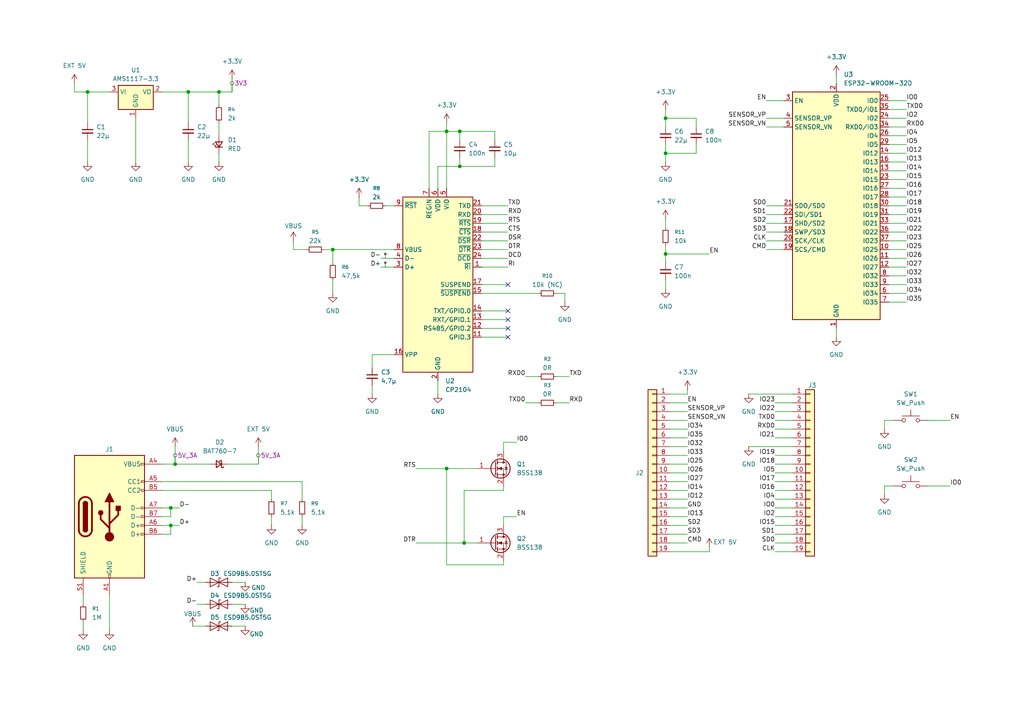
<source format=kicad_sch>
(kicad_sch (version 20250114) (generator "eeschema") (generator_version "9.0")
  (paper "A4")
  (title_block (title "ESP32_Homemade_Board") (date "2026-01-21") (rev "V1") (comment 1 "Designer: AGEA Leo"))
  (lib_symbols
    (symbol "Connector:USB_C_Receptacle_USB2.0_14P" (pin_names (offset 1.016))
      (property "Reference" "J" (at 0 22.225 0))
      (property "Value" "USB_C_Receptacle_USB2.0_14P" (at 0 19.685 0))
      (symbol "USB_C_Receptacle_USB2.0_14P_1_1"
        (pin passive line (at -7.62 -22.86 90) (length 5.08) (name "SHIELD") (number "S1"))
        (pin passive line (at 0 -22.86 90) (length 5.08) (name "GND") (number "A1"))
        (pin passive line (at 0 -22.86 90) (length 5.08) (hide yes) (name "GND") (number "A12"))
        (pin passive line (at 0 -22.86 90) (length 5.08) (hide yes) (name "GND") (number "B1"))
        (pin passive line (at 0 -22.86 90) (length 5.08) (hide yes) (name "GND") (number "B12"))
        (pin passive line (at 15.24 15.24 180) (length 5.08) (name "VBUS") (number "A4"))
        (pin passive line (at 15.24 15.24 180) (length 5.08) (hide yes) (name "VBUS") (number "A9"))
        (pin passive line (at 15.24 15.24 180) (length 5.08) (hide yes) (name "VBUS") (number "B4"))
        (pin passive line (at 15.24 15.24 180) (length 5.08) (hide yes) (name "VBUS") (number "B9"))
        (pin bidirectional line (at 15.24 10.16 180) (length 5.08) (name "CC1") (number "A5"))
        (pin bidirectional line (at 15.24 7.62 180) (length 5.08) (name "CC2") (number "B5"))
        (pin bidirectional line (at 15.24 2.54 180) (length 5.08) (name "D-") (number "A7"))
        (pin bidirectional line (at 15.24 0 180) (length 5.08) (name "D-") (number "B7"))
        (pin bidirectional line (at 15.24 -2.54 180) (length 5.08) (name "D+") (number "A6"))
        (pin bidirectional line (at 15.24 -5.08 180) (length 5.08) (name "D+") (number "B6"))
      )
    )
    (symbol "Connector_Generic:Conn_01x19" (pin_names (offset 1.016) (hide yes))
      (property "Reference" "J" (at 0 25.4 0))
      (property "Value" "Conn_01x19" (at 0 -25.4 0))
      (symbol "Conn_01x19_1_1"
        (pin passive line (at -5.08 22.86 0) (length 3.81) (name "Pin_1") (number "1"))
        (pin passive line (at -5.08 20.32 0) (length 3.81) (name "Pin_2") (number "2"))
        (pin passive line (at -5.08 17.78 0) (length 3.81) (name "Pin_3") (number "3"))
        (pin passive line (at -5.08 15.24 0) (length 3.81) (name "Pin_4") (number "4"))
        (pin passive line (at -5.08 12.7 0) (length 3.81) (name "Pin_5") (number "5"))
        (pin passive line (at -5.08 10.16 0) (length 3.81) (name "Pin_6") (number "6"))
        (pin passive line (at -5.08 7.62 0) (length 3.81) (name "Pin_7") (number "7"))
        (pin passive line (at -5.08 5.08 0) (length 3.81) (name "Pin_8") (number "8"))
        (pin passive line (at -5.08 2.54 0) (length 3.81) (name "Pin_9") (number "9"))
        (pin passive line (at -5.08 0 0) (length 3.81) (name "Pin_10") (number "10"))
        (pin passive line (at -5.08 -2.54 0) (length 3.81) (name "Pin_11") (number "11"))
        (pin passive line (at -5.08 -5.08 0) (length 3.81) (name "Pin_12") (number "12"))
        (pin passive line (at -5.08 -7.62 0) (length 3.81) (name "Pin_13") (number "13"))
        (pin passive line (at -5.08 -10.16 0) (length 3.81) (name "Pin_14") (number "14"))
        (pin passive line (at -5.08 -12.7 0) (length 3.81) (name "Pin_15") (number "15"))
        (pin passive line (at -5.08 -15.24 0) (length 3.81) (name "Pin_16") (number "16"))
        (pin passive line (at -5.08 -17.78 0) (length 3.81) (name "Pin_17") (number "17"))
        (pin passive line (at -5.08 -20.32 0) (length 3.81) (name "Pin_18") (number "18"))
        (pin passive line (at -5.08 -22.86 0) (length 3.81) (name "Pin_19") (number "19"))
      )
    )
    (symbol "Device:C_Small" (pin_numbers (hide yes)) (pin_names (offset 0.254) (hide yes))
      (property "Reference" "C" (at 0.254 1.778 0))
      (property "Value" "C_Small" (at 0.254 -2.032 0))
      (symbol "C_Small_1_1"
        (pin passive line (at 0 2.54 270) (length 2.032) (name "~") (number "1"))
        (pin passive line (at 0 -2.54 90) (length 2.032) (name "~") (number "2"))
      )
    )
    (symbol "Device:D_Schottky_Small" (pin_numbers (hide yes)) (pin_names (offset 0.254) (hide yes))
      (property "Reference" "D" (at -1.27 2.032 0))
      (property "Value" "D_Schottky_Small" (at -7.112 -2.032 0))
      (symbol "D_Schottky_Small_1_1"
        (pin passive line (at -2.54 0 0) (length 1.778) (name "K") (number "1"))
        (pin passive line (at 2.54 0 180) (length 1.778) (name "A") (number "2"))
      )
    )
    (symbol "Device:LED_Small" (pin_numbers (hide yes)) (pin_names (offset 0.254) (hide yes))
      (property "Reference" "D" (at -1.27 3.175 0))
      (property "Value" "LED_Small" (at -4.445 -2.54 0))
      (symbol "LED_Small_1_1"
        (pin passive line (at -2.54 0 0) (length 1.778) (name "K") (number "1"))
        (pin passive line (at 2.54 0 180) (length 1.778) (name "A") (number "2"))
      )
    )
    (symbol "Device:R_Small" (pin_numbers (hide yes)) (pin_names (offset 0.254) (hide yes))
      (property "Reference" "R" (at 0 0 90))
      (property "Value" "R_Small" (at 1.778 0 90))
      (symbol "R_Small_1_1"
        (pin passive line (at 0 2.54 270) (length 0.762) (name "~") (number "1"))
        (pin passive line (at 0 -2.54 90) (length 0.762) (name "~") (number "2"))
      )
    )
    (symbol "Diode:ESD9B5.0ST5G" (pin_numbers (hide yes)) (pin_names (offset 1.016) (hide yes))
      (property "Reference" "D" (at 0 2.54 0))
      (property "Value" "ESD9B5.0ST5G" (at 0 -2.54 0))
      (symbol "ESD9B5.0ST5G_1_1"
        (pin passive line (at -3.81 0 0) (length 2.54) (name "A1") (number "1"))
        (pin passive line (at 3.81 0 180) (length 2.54) (name "A2") (number "2"))
      )
    )
    (symbol "Interface_USB:CP2104"
      (property "Reference" "U" (at -5.08 28.575 0))
      (property "Value" "CP2104" (at -5.08 26.67 0))
      (symbol "CP2104_1_1"
        (pin bidirectional line (at -12.7 22.86 0) (length 2.54) (name "~{RST}") (number "9"))
        (pin input line (at -12.7 10.16 0) (length 2.54) (name "VBUS") (number "8"))
        (pin bidirectional line (at -12.7 7.62 0) (length 2.54) (name "D-") (number "4"))
        (pin bidirectional line (at -12.7 5.08 0) (length 2.54) (name "D+") (number "3"))
        (pin passive line (at -12.7 -20.32 0) (length 2.54) (name "VPP") (number "16"))
        (pin power_in line (at -2.54 27.94 270) (length 2.54) (name "REGIN") (number "7"))
        (pin power_in line (at 0 27.94 270) (length 2.54) (name "VDD") (number "6"))
        (pin power_in line (at 0 -27.94 90) (length 2.54) (name "GND") (number "2"))
        (pin passive line (at 0 -27.94 90) (length 2.54) (hide yes) (name "GND") (number "25"))
        (pin power_in line (at 2.54 27.94 270) (length 2.54) (name "VIO") (number "5"))
        (pin no_connect line (at 10.16 -20.32 180) (length 2.54) (hide yes) (name "NC") (number "10"))
        (pin output line (at 12.7 22.86 180) (length 2.54) (name "TXD") (number "21"))
        (pin input line (at 12.7 20.32 180) (length 2.54) (name "RXD") (number "20"))
        (pin output line (at 12.7 17.78 180) (length 2.54) (name "~{RTS}") (number "19"))
        (pin input line (at 12.7 15.24 180) (length 2.54) (name "~{CTS}") (number "18"))
        (pin input line (at 12.7 12.7 180) (length 2.54) (name "~{DSR}") (number "22"))
        (pin output line (at 12.7 10.16 180) (length 2.54) (name "~{DTR}") (number "23"))
        (pin input line (at 12.7 7.62 180) (length 2.54) (name "~{DCD}") (number "24"))
        (pin input line (at 12.7 5.08 180) (length 2.54) (name "~{RI}") (number "1"))
        (pin output line (at 12.7 0 180) (length 2.54) (name "SUSPEND") (number "17"))
        (pin output line (at 12.7 -2.54 180) (length 2.54) (name "~{SUSPEND}") (number "15"))
        (pin bidirectional line (at 12.7 -7.62 180) (length 2.54) (name "TXT/GPIO.0") (number "14"))
        (pin bidirectional line (at 12.7 -10.16 180) (length 2.54) (name "RXT/GPIO.1") (number "13"))
        (pin bidirectional line (at 12.7 -12.7 180) (length 2.54) (name "RS485/GPIO.2") (number "12"))
        (pin bidirectional line (at 12.7 -15.24 180) (length 2.54) (name "GPIO.3") (number "11"))
      )
    )
    (symbol "RF_Module:ESP32-WROOM-32D"
      (property "Reference" "U" (at -12.7 34.29 0))
      (property "Value" "ESP32-WROOM-32D" (at 1.27 34.29 0))
      (symbol "ESP32-WROOM-32D_1_1"
        (pin input line (at -15.24 30.48 0) (length 2.54) (name "EN") (number "3"))
        (pin input line (at -15.24 25.4 0) (length 2.54) (name "SENSOR_VP") (number "4"))
        (pin input line (at -15.24 22.86 0) (length 2.54) (name "SENSOR_VN") (number "5"))
        (pin bidirectional line (at -15.24 0 0) (length 2.54) (name "SDO/SD0") (number "21"))
        (pin bidirectional line (at -15.24 -2.54 0) (length 2.54) (name "SDI/SD1") (number "22"))
        (pin bidirectional line (at -15.24 -5.08 0) (length 2.54) (name "SHD/SD2") (number "17"))
        (pin bidirectional line (at -15.24 -7.62 0) (length 2.54) (name "SWP/SD3") (number "18"))
        (pin bidirectional line (at -15.24 -10.16 0) (length 2.54) (name "SCK/CLK") (number "20"))
        (pin bidirectional line (at -15.24 -12.7 0) (length 2.54) (name "SCS/CMD") (number "19"))
        (pin no_connect line (at -12.7 -27.94 0) (length 2.54) (hide yes) (name "NC") (number "32"))
        (pin power_in line (at 0 35.56 270) (length 2.54) (name "VDD") (number "2"))
        (pin power_in line (at 0 -35.56 90) (length 2.54) (name "GND") (number "1"))
        (pin passive line (at 0 -35.56 90) (length 2.54) (hide yes) (name "GND") (number "15"))
        (pin passive line (at 0 -35.56 90) (length 2.54) (hide yes) (name "GND") (number "38"))
        (pin passive line (at 0 -35.56 90) (length 2.54) (hide yes) (name "GND") (number "39"))
        (pin bidirectional line (at 15.24 30.48 180) (length 2.54) (name "IO0") (number "25"))
        (pin bidirectional line (at 15.24 27.94 180) (length 2.54) (name "TXD0/IO1") (number "35"))
        (pin bidirectional line (at 15.24 25.4 180) (length 2.54) (name "IO2") (number "24"))
        (pin bidirectional line (at 15.24 22.86 180) (length 2.54) (name "RXD0/IO3") (number "34"))
        (pin bidirectional line (at 15.24 20.32 180) (length 2.54) (name "IO4") (number "26"))
        (pin bidirectional line (at 15.24 17.78 180) (length 2.54) (name "IO5") (number "29"))
        (pin bidirectional line (at 15.24 15.24 180) (length 2.54) (name "IO12") (number "14"))
        (pin bidirectional line (at 15.24 12.7 180) (length 2.54) (name "IO13") (number "16"))
        (pin bidirectional line (at 15.24 10.16 180) (length 2.54) (name "IO14") (number "13"))
        (pin bidirectional line (at 15.24 7.62 180) (length 2.54) (name "IO15") (number "23"))
        (pin bidirectional line (at 15.24 5.08 180) (length 2.54) (name "IO16") (number "27"))
        (pin bidirectional line (at 15.24 2.54 180) (length 2.54) (name "IO17") (number "28"))
        (pin bidirectional line (at 15.24 0 180) (length 2.54) (name "IO18") (number "30"))
        (pin bidirectional line (at 15.24 -2.54 180) (length 2.54) (name "IO19") (number "31"))
        (pin bidirectional line (at 15.24 -5.08 180) (length 2.54) (name "IO21") (number "33"))
        (pin bidirectional line (at 15.24 -7.62 180) (length 2.54) (name "IO22") (number "36"))
        (pin bidirectional line (at 15.24 -10.16 180) (length 2.54) (name "IO23") (number "37"))
        (pin bidirectional line (at 15.24 -12.7 180) (length 2.54) (name "IO25") (number "10"))
        (pin bidirectional line (at 15.24 -15.24 180) (length 2.54) (name "IO26") (number "11"))
        (pin bidirectional line (at 15.24 -17.78 180) (length 2.54) (name "IO27") (number "12"))
        (pin bidirectional line (at 15.24 -20.32 180) (length 2.54) (name "IO32") (number "8"))
        (pin bidirectional line (at 15.24 -22.86 180) (length 2.54) (name "IO33") (number "9"))
        (pin input line (at 15.24 -25.4 180) (length 2.54) (name "IO34") (number "6"))
        (pin input line (at 15.24 -27.94 180) (length 2.54) (name "IO35") (number "7"))
      )
    )
    (symbol "Regulator_Linear:AMS1117-3.3"
      (property "Reference" "U" (at -3.81 3.175 0))
      (property "Value" "AMS1117-3.3" (at 0 3.175 0))
      (symbol "AMS1117-3.3_1_1"
        (pin power_in line (at -7.62 0 0) (length 2.54) (name "VI") (number "3"))
        (pin power_in line (at 0 -7.62 90) (length 2.54) (name "GND") (number "1"))
        (pin power_out line (at 7.62 0 180) (length 2.54) (name "VO") (number "2"))
      )
    )
    (symbol "Switch:SW_Push" (pin_numbers (hide yes)) (pin_names (offset 1.016) (hide yes))
      (property "Reference" "SW" (at 1.27 2.54 0))
      (property "Value" "SW_Push" (at 0 -1.524 0))
      (symbol "SW_Push_0_1"
        (pin passive line (at -5.08 0 0) (length 2.54) (name "1") (number "1"))
        (pin passive line (at 5.08 0 180) (length 2.54) (name "2") (number "2"))
      )
    )
    (symbol "Transistor_FET:BSS138" (pin_names (offset 0) (hide yes))
      (property "Reference" "Q" (at 5.08 1.905 0))
      (property "Value" "BSS138" (at 5.08 0 0))
      (symbol "BSS138_1_1"
        (pin input line (at -5.08 0 0) (length 2.54) (name "G") (number "1"))
        (pin passive line (at 2.54 5.08 270) (length 2.54) (name "D") (number "3"))
        (pin passive line (at 2.54 -5.08 90) (length 2.54) (name "S") (number "2"))
      )
    )
    (symbol "power:+3.3V" (power) (pin_numbers (hide yes)) (pin_names (offset 0) (hide yes))
      (property "Value" "+3.3V" (at 0 3.556 0))
      (symbol "+3.3V_1_1"
        (pin power_in line (at 0 0 90) (length 0) (name "~") (number "1"))
      )
    )
    (symbol "power:GND" (power) (pin_numbers (hide yes)) (pin_names (offset 0) (hide yes))
      (property "Value" "GND" (at 0 -3.81 0))
      (symbol "GND_1_1"
        (pin power_in line (at 0 0 270) (length 0) (name "~") (number "1"))
      )
    )
    (symbol "power:LINE" (power) (pin_numbers (hide yes)) (pin_names (offset 0) (hide yes))
      (property "Value" "LINE" (at 0 3.556 0))
      (symbol "LINE_1_1"
        (pin power_in line (at 0 0 90) (length 0) (name "~") (number "1"))
      )
    )
    (symbol "power:VBUS" (power) (pin_numbers (hide yes)) (pin_names (offset 0) (hide yes))
      (property "Value" "VBUS" (at 0 3.556 0))
      (symbol "VBUS_1_1"
        (pin power_in line (at 0 0 90) (length 0) (name "~") (number "1"))
      )
    )
  )
  (junction (at 25.4 26.67))
  (junction (at 193.04 44.45))
  (junction (at 63.5 26.67))
  (junction (at 193.04 73.66))
  (junction (at 96.52 72.39))
  (junction (at 133.35 38.1))
  (junction (at 129.54 135.89))
  (junction (at 193.04 34.29))
  (junction (at 133.35 48.26))
  (junction (at 49.53 152.4))
  (junction (at 50.8 134.62))
  (junction (at 54.61 26.67))
  (junction (at 129.54 38.1))
  (junction (at 134.62 157.48))
  (junction (at 49.53 147.32))
  (no_connect (at 147.32 90.17))
  (no_connect (at 147.32 82.55))
  (no_connect (at 147.32 92.71))
  (no_connect (at 147.32 95.25))
  (no_connect (at 147.32 97.79))
  (wire (pts (xy 146.05 128.27) (xy 149.86 128.27)))
  (wire (pts (xy 199.39 152.4) (xy 194.31 152.4)))
  (wire (pts (xy 129.54 38.1) (xy 129.54 54.61)))
  (wire (pts (xy 222.25 62.23) (xy 227.33 62.23)))
  (wire (pts (xy 46.99 149.86) (xy 49.53 149.86)))
  (wire (pts (xy 257.81 41.91) (xy 262.89 41.91)))
  (wire (pts (xy 193.04 73.66) (xy 193.04 76.2)))
  (wire (pts (xy 63.5 35.56) (xy 63.5 39.37)))
  (wire (pts (xy 224.79 160.02) (xy 229.87 160.02)))
  (wire (pts (xy 24.13 172.72) (xy 24.13 175.26)))
  (wire (pts (xy 139.7 69.85) (xy 147.32 69.85)))
  (wire (pts (xy 257.81 62.23) (xy 262.89 62.23)))
  (wire (pts (xy 199.39 119.38) (xy 194.31 119.38)))
  (wire (pts (xy 193.04 81.28) (xy 193.04 83.82)))
  (wire (pts (xy 222.25 64.77) (xy 227.33 64.77)))
  (wire (pts (xy 193.04 44.45) (xy 201.93 44.45)))
  (wire (pts (xy 257.81 74.93) (xy 262.89 74.93)))
  (wire (pts (xy 199.39 149.86) (xy 194.31 149.86)))
  (wire (pts (xy 104.14 59.69) (xy 104.14 57.15)))
  (wire (pts (xy 257.81 59.69) (xy 262.89 59.69)))
  (wire (pts (xy 256.54 121.92) (xy 256.54 124.46)))
  (wire (pts (xy 199.39 137.16) (xy 194.31 137.16)))
  (wire (pts (xy 224.79 152.4) (xy 229.87 152.4)))
  (wire (pts (xy 224.79 157.48) (xy 229.87 157.48)))
  (wire (pts (xy 199.39 127) (xy 194.31 127)))
  (wire (pts (xy 133.35 45.72) (xy 133.35 48.26)))
  (wire (pts (xy 257.81 57.15) (xy 262.89 57.15)))
  (wire (pts (xy 139.7 85.09) (xy 156.21 85.09)))
  (wire (pts (xy 143.51 45.72) (xy 143.51 48.26)))
  (wire (pts (xy 161.29 85.09) (xy 163.83 85.09)))
  (wire (pts (xy 57.15 175.26) (xy 59.69 175.26)))
  (wire (pts (xy 257.81 69.85) (xy 262.89 69.85)))
  (wire (pts (xy 46.99 139.7) (xy 87.63 139.7)))
  (wire (pts (xy 139.7 82.55) (xy 147.32 82.55)))
  (wire (pts (xy 224.79 127) (xy 229.87 127)))
  (wire (pts (xy 129.54 38.1) (xy 133.35 38.1)))
  (wire (pts (xy 133.35 38.1) (xy 143.51 38.1)))
  (wire (pts (xy 257.81 80.01) (xy 262.89 80.01)))
  (wire (pts (xy 224.79 121.92) (xy 229.87 121.92)))
  (wire (pts (xy 259.08 140.97) (xy 256.54 140.97)))
  (wire (pts (xy 54.61 46.99) (xy 54.61 40.64)))
  (wire (pts (xy 25.4 35.56) (xy 25.4 26.67)))
  (wire (pts (xy 193.04 73.66) (xy 205.74 73.66)))
  (wire (pts (xy 257.81 46.99) (xy 262.89 46.99)))
  (wire (pts (xy 257.81 52.07) (xy 262.89 52.07)))
  (wire (pts (xy 25.4 26.67) (xy 31.75 26.67)))
  (wire (pts (xy 67.31 181.61) (xy 71.12 181.61)))
  (wire (pts (xy 257.81 29.21) (xy 262.89 29.21)))
  (wire (pts (xy 224.79 142.24) (xy 229.87 142.24)))
  (wire (pts (xy 46.99 142.24) (xy 78.74 142.24)))
  (wire (pts (xy 146.05 152.4) (xy 146.05 149.86)))
  (wire (pts (xy 63.5 26.67) (xy 63.5 30.48)))
  (wire (pts (xy 146.05 163.83) (xy 129.54 163.83)))
  (wire (pts (xy 124.46 38.1) (xy 129.54 38.1)))
  (wire (pts (xy 224.79 139.7) (xy 229.87 139.7)))
  (wire (pts (xy 242.57 21.59) (xy 242.57 24.13)))
  (wire (pts (xy 139.7 92.71) (xy 147.32 92.71)))
  (wire (pts (xy 199.39 134.62) (xy 194.31 134.62)))
  (wire (pts (xy 107.95 102.87) (xy 114.3 102.87)))
  (wire (pts (xy 199.39 154.94) (xy 194.31 154.94)))
  (wire (pts (xy 46.99 154.94) (xy 49.53 154.94)))
  (wire (pts (xy 201.93 34.29) (xy 193.04 34.29)))
  (wire (pts (xy 224.79 154.94) (xy 229.87 154.94)))
  (wire (pts (xy 199.39 129.54) (xy 194.31 129.54)))
  (wire (pts (xy 87.63 149.86) (xy 87.63 152.4)))
  (wire (pts (xy 205.74 160.02) (xy 194.31 160.02)))
  (wire (pts (xy 257.81 72.39) (xy 262.89 72.39)))
  (wire (pts (xy 78.74 142.24) (xy 78.74 144.78)))
  (wire (pts (xy 129.54 135.89) (xy 138.43 135.89)))
  (wire (pts (xy 143.51 48.26) (xy 133.35 48.26)))
  (wire (pts (xy 120.65 135.89) (xy 129.54 135.89)))
  (wire (pts (xy 163.83 85.09) (xy 163.83 87.63)))
  (wire (pts (xy 50.8 129.54) (xy 50.8 134.62)))
  (wire (pts (xy 222.25 59.69) (xy 227.33 59.69)))
  (wire (pts (xy 143.51 40.64) (xy 143.51 38.1)))
  (wire (pts (xy 193.04 41.91) (xy 193.04 44.45)))
  (wire (pts (xy 63.5 44.45) (xy 63.5 46.99)))
  (wire (pts (xy 259.08 121.92) (xy 256.54 121.92)))
  (wire (pts (xy 54.61 26.67) (xy 63.5 26.67)))
  (wire (pts (xy 146.05 142.24) (xy 134.62 142.24)))
  (wire (pts (xy 146.05 149.86) (xy 149.86 149.86)))
  (wire (pts (xy 120.65 157.48) (xy 134.62 157.48)))
  (wire (pts (xy 139.7 59.69) (xy 147.32 59.69)))
  (wire (pts (xy 152.4 109.22) (xy 156.21 109.22)))
  (wire (pts (xy 161.29 109.22) (xy 165.1 109.22)))
  (wire (pts (xy 257.81 87.63) (xy 262.89 87.63)))
  (wire (pts (xy 257.81 49.53) (xy 262.89 49.53)))
  (wire (pts (xy 107.95 106.68) (xy 107.95 102.87)))
  (wire (pts (xy 49.53 154.94) (xy 49.53 152.4)))
  (wire (pts (xy 257.81 77.47) (xy 262.89 77.47)))
  (wire (pts (xy 222.25 67.31) (xy 227.33 67.31)))
  (wire (pts (xy 152.4 116.84) (xy 156.21 116.84)))
  (wire (pts (xy 49.53 152.4) (xy 52.07 152.4)))
  (wire (pts (xy 257.81 67.31) (xy 262.89 67.31)))
  (wire (pts (xy 224.79 147.32) (xy 229.87 147.32)))
  (wire (pts (xy 67.31 175.26) (xy 71.12 175.26)))
  (wire (pts (xy 55.88 181.61) (xy 59.69 181.61)))
  (wire (pts (xy 193.04 34.29) (xy 193.04 36.83)))
  (wire (pts (xy 85.09 72.39) (xy 85.09 69.85)))
  (wire (pts (xy 199.39 132.08) (xy 194.31 132.08)))
  (wire (pts (xy 205.74 160.02) (xy 205.74 158.75)))
  (wire (pts (xy 199.39 139.7) (xy 194.31 139.7)))
  (wire (pts (xy 199.39 157.48) (xy 194.31 157.48)))
  (wire (pts (xy 139.7 77.47) (xy 147.32 77.47)))
  (wire (pts (xy 110.49 74.93) (xy 114.3 74.93)))
  (wire (pts (xy 257.81 44.45) (xy 262.89 44.45)))
  (wire (pts (xy 134.62 157.48) (xy 138.43 157.48)))
  (wire (pts (xy 257.81 36.83) (xy 262.89 36.83)))
  (wire (pts (xy 46.99 147.32) (xy 49.53 147.32)))
  (wire (pts (xy 46.99 134.62) (xy 50.8 134.62)))
  (wire (pts (xy 96.52 72.39) (xy 96.52 76.2)))
  (wire (pts (xy 124.46 54.61) (xy 124.46 38.1)))
  (wire (pts (xy 139.7 64.77) (xy 147.32 64.77)))
  (wire (pts (xy 139.7 90.17) (xy 147.32 90.17)))
  (wire (pts (xy 217.17 114.3) (xy 229.87 114.3)))
  (wire (pts (xy 146.05 130.81) (xy 146.05 128.27)))
  (wire (pts (xy 269.24 140.97) (xy 275.59 140.97)))
  (wire (pts (xy 111.76 59.69) (xy 114.3 59.69)))
  (wire (pts (xy 134.62 142.24) (xy 134.62 157.48)))
  (wire (pts (xy 256.54 140.97) (xy 256.54 143.51)))
  (wire (pts (xy 139.7 97.79) (xy 147.32 97.79)))
  (wire (pts (xy 107.95 111.76) (xy 107.95 114.3)))
  (wire (pts (xy 217.17 129.54) (xy 229.87 129.54)))
  (wire (pts (xy 139.7 67.31) (xy 147.32 67.31)))
  (wire (pts (xy 127 54.61) (xy 127 48.26)))
  (wire (pts (xy 67.31 168.91) (xy 71.12 168.91)))
  (wire (pts (xy 67.31 26.67) (xy 63.5 26.67)))
  (wire (pts (xy 224.79 137.16) (xy 229.87 137.16)))
  (wire (pts (xy 193.04 44.45) (xy 193.04 46.99)))
  (wire (pts (xy 257.81 64.77) (xy 262.89 64.77)))
  (wire (pts (xy 224.79 116.84) (xy 229.87 116.84)))
  (wire (pts (xy 96.52 81.28) (xy 96.52 85.09)))
  (wire (pts (xy 201.93 36.83) (xy 201.93 34.29)))
  (wire (pts (xy 129.54 135.89) (xy 129.54 163.83)))
  (wire (pts (xy 193.04 71.12) (xy 193.04 73.66)))
  (wire (pts (xy 224.79 134.62) (xy 229.87 134.62)))
  (wire (pts (xy 269.24 121.92) (xy 275.59 121.92)))
  (wire (pts (xy 49.53 147.32) (xy 52.07 147.32)))
  (wire (pts (xy 224.79 119.38) (xy 229.87 119.38)))
  (wire (pts (xy 199.39 142.24) (xy 194.31 142.24)))
  (wire (pts (xy 25.4 46.99) (xy 25.4 40.64)))
  (wire (pts (xy 257.81 39.37) (xy 262.89 39.37)))
  (wire (pts (xy 50.8 134.62) (xy 60.96 134.62)))
  (wire (pts (xy 193.04 31.75) (xy 193.04 34.29)))
  (wire (pts (xy 46.99 26.67) (xy 54.61 26.67)))
  (wire (pts (xy 78.74 149.86) (xy 78.74 152.4)))
  (wire (pts (xy 66.04 134.62) (xy 74.93 134.62)))
  (wire (pts (xy 242.57 95.25) (xy 242.57 97.79)))
  (wire (pts (xy 106.68 59.69) (xy 104.14 59.69)))
  (wire (pts (xy 199.39 124.46) (xy 194.31 124.46)))
  (wire (pts (xy 127 110.49) (xy 127 114.3)))
  (wire (pts (xy 49.53 149.86) (xy 49.53 147.32)))
  (wire (pts (xy 222.25 36.83) (xy 227.33 36.83)))
  (wire (pts (xy 199.39 116.84) (xy 194.31 116.84)))
  (wire (pts (xy 127 48.26) (xy 133.35 48.26)))
  (wire (pts (xy 257.81 82.55) (xy 262.89 82.55)))
  (wire (pts (xy 199.39 114.3) (xy 199.39 113.03)))
  (wire (pts (xy 129.54 35.56) (xy 129.54 38.1)))
  (wire (pts (xy 224.79 132.08) (xy 229.87 132.08)))
  (wire (pts (xy 224.79 149.86) (xy 229.87 149.86)))
  (wire (pts (xy 88.9 72.39) (xy 85.09 72.39)))
  (wire (pts (xy 161.29 116.84) (xy 165.1 116.84)))
  (wire (pts (xy 21.59 26.67) (xy 25.4 26.67)))
  (wire (pts (xy 93.98 72.39) (xy 96.52 72.39)))
  (wire (pts (xy 31.75 172.72) (xy 31.75 182.88)))
  (wire (pts (xy 39.37 34.29) (xy 39.37 46.99)))
  (wire (pts (xy 54.61 26.67) (xy 54.61 35.56)))
  (wire (pts (xy 224.79 144.78) (xy 229.87 144.78)))
  (wire (pts (xy 110.49 77.47) (xy 114.3 77.47)))
  (wire (pts (xy 224.79 124.46) (xy 229.87 124.46)))
  (wire (pts (xy 67.31 22.86) (xy 67.31 26.67)))
  (wire (pts (xy 199.39 144.78) (xy 194.31 144.78)))
  (wire (pts (xy 257.81 85.09) (xy 262.89 85.09)))
  (wire (pts (xy 133.35 38.1) (xy 133.35 40.64)))
  (wire (pts (xy 222.25 69.85) (xy 227.33 69.85)))
  (wire (pts (xy 21.59 24.13) (xy 21.59 26.67)))
  (wire (pts (xy 57.15 168.91) (xy 59.69 168.91)))
  (wire (pts (xy 74.93 129.54) (xy 74.93 134.62)))
  (wire (pts (xy 222.25 72.39) (xy 227.33 72.39)))
  (wire (pts (xy 24.13 180.34) (xy 24.13 182.88)))
  (wire (pts (xy 46.99 152.4) (xy 49.53 152.4)))
  (wire (pts (xy 199.39 121.92) (xy 194.31 121.92)))
  (wire (pts (xy 199.39 114.3) (xy 194.31 114.3)))
  (wire (pts (xy 193.04 63.5) (xy 193.04 66.04)))
  (wire (pts (xy 257.81 34.29) (xy 262.89 34.29)))
  (wire (pts (xy 257.81 54.61) (xy 262.89 54.61)))
  (wire (pts (xy 139.7 62.23) (xy 147.32 62.23)))
  (wire (pts (xy 201.93 41.91) (xy 201.93 44.45)))
  (wire (pts (xy 199.39 147.32) (xy 194.31 147.32)))
  (wire (pts (xy 146.05 163.83) (xy 146.05 162.56)))
  (wire (pts (xy 139.7 72.39) (xy 147.32 72.39)))
  (wire (pts (xy 257.81 31.75) (xy 262.89 31.75)))
  (wire (pts (xy 222.25 34.29) (xy 227.33 34.29)))
  (wire (pts (xy 139.7 95.25) (xy 147.32 95.25)))
  (wire (pts (xy 146.05 142.24) (xy 146.05 140.97)))
  (wire (pts (xy 222.25 29.21) (xy 227.33 29.21)))
  (wire (pts (xy 87.63 139.7) (xy 87.63 144.78)))
  (wire (pts (xy 96.52 72.39) (xy 114.3 72.39)))
  (wire (pts (xy 139.7 74.93) (xy 147.32 74.93)))
  (label "IO34" (at 262.89 85.09 0))
  (label "IO35" (at 199.39 127 0))
  (label "IO17" (at 224.79 139.7 180))
  (label "IO13" (at 262.89 46.99 0))
  (label "GND" (at 199.39 147.32 0))
  (label "IO4" (at 224.79 144.78 180))
  (label "D-" (at 110.49 74.93 180))
  (label "IO32" (at 262.89 80.01 0))
  (label "D-" (at 57.15 175.26 180))
  (label "IO15" (at 224.79 152.4 180))
  (label "DCD" (at 147.32 74.93 0))
  (label "DTR" (at 147.32 72.39 0))
  (label "RXD" (at 165.1 116.84 0))
  (label "SD0" (at 222.25 59.69 180))
  (label "IO26" (at 262.89 74.93 0))
  (label "DTR" (at 120.65 157.48 180))
  (label "RXD0" (at 152.4 109.22 180))
  (label "RI" (at 147.32 77.47 0))
  (label "IO0" (at 224.79 147.32 180))
  (label "IO27" (at 262.89 77.47 0))
  (label "IO5" (at 224.79 137.16 180))
  (label "SENSOR_VP" (at 222.25 34.29 180))
  (label "SD1" (at 222.25 62.23 180))
  (label "IO23" (at 224.79 116.84 180))
  (label "RTS" (at 147.32 64.77 0))
  (label "EN" (at 222.25 29.21 180))
  (label "CMD" (at 222.25 72.39 180))
  (label "DSR" (at 147.32 69.85 0))
  (label "IO23" (at 262.89 69.85 0))
  (label "IO14" (at 262.89 49.53 0))
  (label "EN" (at 199.39 116.84 0))
  (label "RXD0" (at 224.79 124.46 180))
  (label "IO4" (at 262.89 39.37 0))
  (label "EN" (at 205.74 73.66 0))
  (label "IO19" (at 224.79 132.08 180))
  (label "RTS" (at 120.65 135.89 180))
  (label "TXD0" (at 224.79 121.92 180))
  (label "IO19" (at 262.89 62.23 0))
  (label "IO18" (at 262.89 59.69 0))
  (label "IO32" (at 199.39 129.54 0))
  (label "IO0" (at 275.59 140.97 0))
  (label "CLK" (at 222.25 69.85 180))
  (label "TXD0" (at 152.4 116.84 180))
  (label "D-" (at 52.07 147.32 0))
  (label "IO26" (at 199.39 137.16 0))
  (label "IO18" (at 224.79 134.62 180))
  (label "IO5" (at 262.89 41.91 0))
  (label "IO25" (at 262.89 72.39 0))
  (label "SD0" (at 224.79 157.48 180))
  (label "SENSOR_VN" (at 199.39 121.92 0))
  (label "TXD" (at 165.1 109.22 0))
  (label "IO34" (at 199.39 124.46 0))
  (label "IO16" (at 224.79 142.24 180))
  (label "SD3" (at 222.25 67.31 180))
  (label "IO13" (at 199.39 149.86 0))
  (label "SD2" (at 199.39 152.4 0))
  (label "IO12" (at 199.39 144.78 0))
  (label "RXD" (at 147.32 62.23 0))
  (label "IO22" (at 262.89 67.31 0))
  (label "IO2" (at 262.89 34.29 0))
  (label "IO0" (at 149.86 128.27 0))
  (label "EN" (at 275.59 121.92 0))
  (label "IO22" (at 224.79 119.38 180))
  (label "SENSOR_VP" (at 199.39 119.38 0))
  (label "IO15" (at 262.89 52.07 0))
  (label "IO17" (at 262.89 57.15 0))
  (label "CMD" (at 199.39 157.48 0))
  (label "IO14" (at 199.39 142.24 0))
  (label "IO33" (at 199.39 132.08 0))
  (label "SD3" (at 199.39 154.94 0))
  (label "IO21" (at 262.89 64.77 0))
  (label "IO35" (at 262.89 87.63 0))
  (label "D+" (at 57.15 168.91 180))
  (label "SENSOR_VN" (at 222.25 36.83 180))
  (label "D+" (at 52.07 152.4 0))
  (label "IO33" (at 262.89 82.55 0))
  (label "TXD0" (at 262.89 31.75 0))
  (label "IO16" (at 262.89 54.61 0))
  (label "CTS" (at 147.32 67.31 0))
  (label "SD2" (at 222.25 64.77 180))
  (label "IO27" (at 199.39 139.7 0))
  (label "IO0" (at 262.89 29.21 0))
  (label "IO25" (at 199.39 134.62 0))
  (label "D+" (at 110.49 77.47 180))
  (label "IO21" (at 224.79 127 180))
  (label "CLK" (at 224.79 160.02 180))
  (label "TXD" (at 147.32 59.69 0))
  (label "SD1" (at 224.79 154.94 180))
  (label "IO2" (at 224.79 149.86 180))
  (label "EN" (at 149.86 149.86 0))
  (label "RXD0" (at 262.89 36.83 0))
  (label "IO12" (at 262.89 44.45 0))
  (netclass_flag "" (length 2.54) (shape round) (at 74.93 134.62 0) (property "Netclass" "5V_3A" (at 75.6285 132.08 0) (effects (justify left))))
  (netclass_flag "" (length 1.27) (shape dot) (at 111.76 74.93 0) (property "Netclass" "USB_DATA" (effects (hide yes))))
  (netclass_flag "" (length 2.54) (shape round) (at 67.31 26.67 0) (property "Netclass" "3V3" (at 68.0085 24.13 0) (effects (justify left))))
  (netclass_flag "" (length 1.27) (shape dot) (at 111.76 77.47 0) (property "Netclass" "USB_DATA" (effects (hide yes))))
  (netclass_flag "" (length 2.54) (shape round) (at 50.8 134.62 0) (property "Netclass" "5V_3A" (at 51.4985 132.08 0) (effects (justify left))))
  (symbol (lib_id "power:VBUS") (at 85.09 69.85 0) (unit 1)
    (property "Reference" "#PWR010" (effects (hide yes)))
    (property "Value" "VBUS" (at 85.09 65.532 0))
    (property "Description" "Power symbol creates a global label with name \"VBUS\"" (effects (hide yes)))
  )
  (symbol (lib_id "Diode:ESD9B5.0ST5G") (at 63.5 168.91 180) (unit 1)
    (property "Reference" "D3" (at 60.96 166.37 0) (effects (justify right)))
    (property "Value" "ESD9B5.0ST5G" (at 64.7699 166.37 0) (effects (justify right)))
    (property "Footprint" "Diode_SMD:D_SOD-923" (effects (hide yes)))
    (property "Datasheet" "https://www.onsemi.com/pub/Collateral/ESD9B-D.PDF" (effects (hide yes)))
    (property "Description" "ESD protection diode, 5.0Vrwm, SOD-923" (effects (hide yes)))
    (property "LCSC" "C111566" (effects (hide yes)))
  )
  (symbol (lib_id "Connector:USB_C_Receptacle_USB2.0_14P") (at 31.75 149.86 0) (unit 1)
    (property "Reference" "J1" (at 31.75 130.302 0))
    (property "Value" "USB_C_Receptacle_USB2.0_14P" (effects (hide yes)))
    (property "Footprint" "Connector_USB:USB_C_Receptacle_GCT_USB4105-xx-A_16P_TopMnt_Horizontal" (effects (hide yes)))
    (property "Datasheet" "https://www.usb.org/sites/default/files/documents/usb_type-c.zip" (effects (hide yes)))
    (property "Description" "USB 2.0-only 14P Type-C Receptacle connector" (effects (hide yes)))
    (property "LCSC" "C2765186" (effects (hide yes)))
  )
  (symbol (lib_id "Transistor_FET:BSS138") (at 143.51 157.48 0) (unit 1)
    (property "Reference" "Q2" (at 149.86 156.2099 0) (effects (justify left)))
    (property "Value" "BSS138" (at 149.86 158.7499 0) (effects (justify left)))
    (property "Footprint" "Package_TO_SOT_SMD:SOT-23_Handsoldering" (effects (hide yes)))
    (property "Datasheet" "https://www.onsemi.com/pub/Collateral/BSS138-D.PDF" (effects (hide yes)))
    (property "Description" "50V Vds, 0.22A Id, N-Channel MOSFET, SOT-23" (effects (hide yes)))
    (property "LCSC" "C2874697" (effects (hide yes)))
  )
  (symbol (lib_id "power:+3.3V") (at 193.04 31.75 0) (unit 1)
    (property "Reference" "#PWR025" (effects (hide yes)))
    (property "Value" "+3.3V" (at 193.04 26.67 0))
    (property "Description" "Power symbol creates a global label with name \"+3.3V\"" (effects (hide yes)))
  )
  (symbol (lib_id "Device:R_Small") (at 193.04 68.58 0) (unit 1)
    (property "Reference" "R11" (at 195.58 67.3099 0) (effects (font (size 1.016 1.016)) (justify left)))
    (property "Value" "10k" (at 195.58 69.8499 0) (effects (justify left)))
    (property "Footprint" "Resistor_SMD:R_0201_0603Metric_Pad0.64x0.40mm_HandSolder" (effects (hide yes)))
    (property "Description" "5%" (effects (hide yes)))
    (property "LCSC" "C2930027" (effects (hide yes)))
  )
  (symbol (lib_id "power:+3.3V") (at 67.31 22.86 0) (unit 1)
    (property "Reference" "#PWR011" (effects (hide yes)))
    (property "Value" "+3.3V" (at 67.31 17.78 0))
    (property "Description" "Power symbol creates a global label with name \"+3.3V\"" (effects (hide yes)))
  )
  (symbol (lib_id "power:+3.3V") (at 104.14 57.15 0) (unit 1)
    (property "Reference" "#PWR018" (effects (hide yes)))
    (property "Value" "+3.3V" (at 104.14 52.07 0))
    (property "Description" "Power symbol creates a global label with name \"+3.3V\"" (effects (hide yes)))
  )
  (symbol (lib_id "power:+3.3V") (at 199.39 113.03 0) (mirror y) (unit 1)
    (property "Reference" "#PWR029" (effects (hide yes)))
    (property "Value" "+3.3V" (at 199.39 107.95 0))
    (property "Description" "Power symbol creates a global label with name \"+3.3V\"" (effects (hide yes)))
  )
  (symbol (lib_id "Connector_Generic:Conn_01x19") (at 189.23 137.16 0) (mirror y) (unit 1) (in_bom no)
    (property "Reference" "J2" (at 186.69 137.1599 0) (effects (justify left)))
    (property "Value" "Conn_01x19_Socket" (effects (hide yes)))
    (property "Footprint" "Connector_PinHeader_2.54mm:PinHeader_1x19_P2.54mm_Vertical" (effects (hide yes)))
    (property "Description" "Generic connector, single row, 01x19, script generated (kicad-library-utils/schlib/autogen/connector/)" (effects (hide yes)))
  )
  (symbol (lib_id "power:GND") (at 217.17 114.3 0) (unit 1)
    (property "Reference" "#PWR030" (effects (hide yes)))
    (property "Value" "GND" (at 217.17 119.38 0))
    (property "Description" "Power symbol creates a global label with name \"GND\" , ground" (effects (hide yes)))
  )
  (symbol (lib_id "Interface_USB:CP2104") (at 127 82.55 0) (unit 1)
    (property "Reference" "U2" (at 129.1433 110.49 0) (effects (justify left)))
    (property "Value" "CP2104" (at 129.1433 113.03 0) (effects (justify left)))
    (property "Footprint" "Package_DFN_QFN:QFN-24-1EP_4x4mm_P0.5mm_EP2.5x2.5mm" (effects (hide yes)))
    (property "Datasheet" "https://www.silabs.com/documents/public/data-sheets/cp2104.pdf" (effects (hide yes)))
    (property "Description" "Single-Chip USB-to-UART Bridge, USB 2.0 Full-Speed, 2Mbps UART, QFN-24" (effects (hide yes)))
    (property "LCSC" "C47742" (effects (hide yes)))
  )
  (symbol (lib_id "Device:C_Small") (at 143.51 43.18 0) (unit 1)
    (property "Reference" "C5" (at 146.05 41.9162 0) (effects (justify left)))
    (property "Value" "10µ" (at 146.05 44.4562 0) (effects (justify left)))
    (property "Footprint" "Capacitor_SMD:C_1206_3216Metric_Pad1.33x1.80mm_HandSolder" (effects (hide yes)))
    (property "Description" "10V 20%" (effects (hide yes)))
    (property "LCSC" "C127946" (effects (hide yes)))
  )
  (symbol (lib_id "Device:C_Small") (at 107.95 109.22 0) (unit 1)
    (property "Reference" "C3" (at 110.49 107.9562 0) (effects (justify left)))
    (property "Value" "4,7µ" (at 110.49 110.4962 0) (effects (justify left)))
    (property "Footprint" "Capacitor_SMD:C_01005_0402Metric_Pad0.57x0.30mm_HandSolder" (effects (hide yes)))
    (property "Description" "10V 20%" (effects (hide yes)))
    (property "LCSC" "C23733" (effects (hide yes)))
  )
  (symbol (lib_id "Regulator_Linear:AMS1117-3.3") (at 39.37 26.67 0) (unit 1)
    (property "Reference" "U1" (at 39.37 20.32 0))
    (property "Value" "AMS1117-3.3" (at 39.37 22.86 0))
    (property "Footprint" "Package_TO_SOT_SMD:SOT-223" (effects (hide yes)))
    (property "Datasheet" "http://www.advanced-monolithic.com/pdf/ds1117.pdf" (effects (hide yes)))
    (property "Description" "1A Low Dropout regulator, positive, 3.3V fixed output, SOT-223" (effects (hide yes)))
    (property "LCSC" "C347222" (effects (hide yes)))
  )
  (symbol (lib_id "RF_Module:ESP32-WROOM-32D") (at 242.57 59.69 0) (unit 1) (in_bom no)
    (property "Reference" "U3" (at 244.7133 21.59 0) (effects (justify left)))
    (property "Value" "ESP32-WROOM-32D" (at 244.7133 24.13 0) (effects (justify left)))
    (property "Footprint" "RF_Module:ESP32-WROOM-32D" (effects (hide yes)))
    (property "Datasheet" "https://www.espressif.com/sites/default/files/documentation/esp32-wroom-32d_esp32-wroom-32u_datasheet_en.pdf" (effects (hide yes)))
    (property "Description" "RF Module, ESP32-D0WD SoC, Wi-Fi 802.11b/g/n, Bluetooth, BLE, 32-bit, 2.7-3.6V, onboard antenna, SMD" (effects (hide yes)))
  )
  (symbol (lib_id "Device:R_Small") (at 24.13 177.8 0) (unit 1)
    (property "Reference" "R1" (at 26.67 176.5299 0) (effects (font (size 1.016 1.016)) (justify left)))
    (property "Value" "1M" (at 26.67 179.0699 0) (effects (justify left)))
    (property "Footprint" "Resistor_SMD:R_01005_0402Metric_Pad0.57x0.30mm_HandSolder" (effects (hide yes)))
    (property "Description" "1%" (effects (hide yes)))
    (property "LCSC" "C26083" (effects (hide yes)))
  )
  (symbol (lib_id "Transistor_FET:BSS138") (at 143.51 135.89 0) (unit 1)
    (property "Reference" "Q1" (at 149.86 134.6199 0) (effects (justify left)))
    (property "Value" "BSS138" (at 149.86 137.1599 0) (effects (justify left)))
    (property "Footprint" "Package_TO_SOT_SMD:SOT-23_Handsoldering" (effects (hide yes)))
    (property "Datasheet" "https://www.onsemi.com/pub/Collateral/BSS138-D.PDF" (effects (hide yes)))
    (property "Description" "50V Vds, 0.22A Id, N-Channel MOSFET, SOT-23" (effects (hide yes)))
    (property "LCSC" "C2874697" (effects (hide yes)))
  )
  (symbol (lib_id "power:GND") (at 39.37 46.99 0) (unit 1)
    (property "Reference" "#PWR05" (effects (hide yes)))
    (property "Value" "GND" (at 39.37 52.07 0))
    (property "Description" "Power symbol creates a global label with name \"GND\" , ground" (effects (hide yes)))
  )
  (symbol (lib_id "Device:LED_Small") (at 63.5 41.91 90) (unit 1)
    (property "Reference" "D1" (at 66.04 40.5764 90) (effects (justify right)))
    (property "Value" "RED" (at 66.04 43.1164 90) (effects (justify right)))
    (property "Footprint" "LED_SMD:LED_0201_0603Metric" (effects (hide yes)))
    (property "Description" "Light emitting diode, small symbol" (effects (hide yes)))
    (property "Sim.Pin" "1=K 2=A" (effects (hide yes)))
    (property "LCSC" "C19171390" (effects (hide yes)))
  )
  (symbol (lib_id "Device:C_Small") (at 133.35 43.18 0) (unit 1)
    (property "Reference" "C4" (at 135.89 41.9162 0) (effects (justify left)))
    (property "Value" "100n" (at 135.89 44.4562 0) (effects (justify left)))
    (property "Footprint" "Capacitor_SMD:C_01005_0402Metric_Pad0.57x0.30mm_HandSolder" (effects (hide yes)))
    (property "Description" "50V 10%" (effects (hide yes)))
    (property "LCSC" "C6119785" (effects (hide yes)))
  )
  (symbol (lib_id "power:GND") (at 107.95 114.3 0) (unit 1)
    (property "Reference" "#PWR019" (effects (hide yes)))
    (property "Value" "GND" (at 107.95 119.38 0))
    (property "Description" "Power symbol creates a global label with name \"GND\" , ground" (effects (hide yes)))
  )
  (symbol (lib_id "power:VBUS") (at 55.88 181.61 0) (unit 1)
    (property "Reference" "#PWR08" (effects (hide yes)))
    (property "Value" "VBUS" (at 55.88 178.054 0))
    (property "Description" "Power symbol creates a global label with name \"VBUS\"" (effects (hide yes)))
  )
  (symbol (lib_id "Diode:ESD9B5.0ST5G") (at 63.5 175.26 180) (unit 1)
    (property "Reference" "D4" (at 60.96 172.72 0) (effects (justify right)))
    (property "Value" "ESD9B5.0ST5G" (at 64.7699 172.72 0) (effects (justify right)))
    (property "Footprint" "Diode_SMD:D_SOD-923" (effects (hide yes)))
    (property "Datasheet" "https://www.onsemi.com/pub/Collateral/ESD9B-D.PDF" (effects (hide yes)))
    (property "Description" "ESD protection diode, 5.0Vrwm, SOD-923" (effects (hide yes)))
    (property "LCSC" "C111566" (effects (hide yes)))
  )
  (symbol (lib_id "power:VBUS") (at 50.8 129.54 0) (unit 1)
    (property "Reference" "#PWR06" (effects (hide yes)))
    (property "Value" "VBUS" (at 50.8 124.46 0))
    (property "Description" "Power symbol creates a global label with name \"VBUS\"" (effects (hide yes)))
  )
  (symbol (lib_id "power:LINE") (at 205.74 158.75 0) (mirror y) (unit 1)
    (property "Reference" "#PWR024" (effects (hide yes)))
    (property "Value" "EXT 5V" (at 210.312 157.226 0))
    (property "Description" "Power symbol creates a global label with name \"LINE\"" (effects (hide yes)))
  )
  (symbol (lib_id "power:GND") (at 25.4 46.99 0) (unit 1)
    (property "Reference" "#PWR02" (effects (hide yes)))
    (property "Value" "GND" (at 25.4 52.07 0))
    (property "Description" "Power symbol creates a global label with name \"GND\" , ground" (effects (hide yes)))
  )
  (symbol (lib_id "power:GND") (at 71.12 175.26 0) (unit 1)
    (property "Reference" "#PWR013" (effects (hide yes)))
    (property "Value" "GND" (at 74.422 177.038 0))
    (property "Description" "Power symbol creates a global label with name \"GND\" , ground" (effects (hide yes)))
  )
  (symbol (lib_id "Device:D_Schottky_Small") (at 63.5 134.62 180) (unit 1)
    (property "Reference" "D2" (at 63.754 128.27 0))
    (property "Value" "BAT760-7" (at 63.754 130.81 0))
    (property "Footprint" "Diode_SMD:D_SOD-323_HandSoldering" (effects (hide yes)))
    (property "Description" "Schottky diode, small symbol" (effects (hide yes)))
    (property "LCSC" "C27636120" (effects (hide yes)))
  )
  (symbol (lib_id "Device:C_Small") (at 193.04 39.37 0) (unit 1)
    (property "Reference" "C6" (at 195.58 38.1062 0) (effects (justify left)))
    (property "Value" "22µ" (at 195.58 40.6462 0) (effects (justify left)))
    (property "Footprint" "Capacitor_SMD:C_0603_1608Metric_Pad1.08x0.95mm_HandSolder" (effects (hide yes)))
    (property "Description" "10V 20%" (effects (hide yes)))
    (property "LCSC" "C86295" (effects (hide yes)))
  )
  (symbol (lib_id "Diode:ESD9B5.0ST5G") (at 63.5 181.61 180) (unit 1)
    (property "Reference" "D5" (at 60.96 179.07 0) (effects (justify right)))
    (property "Value" "ESD9B5.0ST5G" (at 64.7699 179.07 0) (effects (justify right)))
    (property "Footprint" "Diode_SMD:D_SOD-923" (effects (hide yes)))
    (property "Datasheet" "https://www.onsemi.com/pub/Collateral/ESD9B-D.PDF" (effects (hide yes)))
    (property "Description" "ESD protection diode, 5.0Vrwm, SOD-923" (effects (hide yes)))
    (property "LCSC" "C111566" (effects (hide yes)))
  )
  (symbol (lib_id "Device:C_Small") (at 201.93 39.37 0) (unit 1)
    (property "Reference" "C8" (at 204.47 38.1062 0) (effects (justify left)))
    (property "Value" "100n" (at 204.47 40.6462 0) (effects (justify left)))
    (property "Footprint" "Capacitor_SMD:C_01005_0402Metric_Pad0.57x0.30mm_HandSolder" (effects (hide yes)))
    (property "Description" "50V 10%" (effects (hide yes)))
    (property "LCSC" "C6119785" (effects (hide yes)))
  )
  (symbol (lib_id "power:GND") (at 71.12 181.61 0) (unit 1)
    (property "Reference" "#PWR014" (effects (hide yes)))
    (property "Value" "GND" (at 74.422 183.896 0))
    (property "Description" "Power symbol creates a global label with name \"GND\" , ground" (effects (hide yes)))
  )
  (symbol (lib_id "power:GND") (at 217.17 129.54 0) (unit 1)
    (property "Reference" "#PWR031" (effects (hide yes)))
    (property "Value" "GND" (at 217.17 134.62 0))
    (property "Description" "Power symbol creates a global label with name \"GND\" , ground" (effects (hide yes)))
  )
  (symbol (lib_id "power:GND") (at 31.75 182.88 0) (unit 1)
    (property "Reference" "#PWR04" (effects (hide yes)))
    (property "Value" "GND" (at 31.75 187.96 0))
    (property "Description" "Power symbol creates a global label with name \"GND\" , ground" (effects (hide yes)))
  )
  (symbol (lib_id "Device:C_Small") (at 25.4 38.1 0) (unit 1)
    (property "Reference" "C1" (at 27.94 36.8362 0) (effects (justify left)))
    (property "Value" "22µ" (at 27.94 39.3762 0) (effects (justify left)))
    (property "Footprint" "Capacitor_SMD:C_0603_1608Metric_Pad1.08x0.95mm_HandSolder" (effects (hide yes)))
    (property "Description" "10V 20%" (effects (hide yes)))
    (property "LCSC" "C86295" (effects (hide yes)))
  )
  (symbol (lib_id "Device:R_Small") (at 96.52 78.74 0) (unit 1)
    (property "Reference" "R6" (at 99.06 77.4699 0) (effects (font (size 1.016 1.016)) (justify left)))
    (property "Value" "47,5k" (at 99.06 80.0099 0) (effects (justify left)))
    (property "Footprint" "Resistor_SMD:R_01005_0402Metric_Pad0.57x0.30mm_HandSolder" (effects (hide yes)))
    (property "Description" "1%" (effects (hide yes)))
    (property "LCSC" "C2076913" (effects (hide yes)))
  )
  (symbol (lib_id "power:GND") (at 78.74 152.4 0) (unit 1)
    (property "Reference" "#PWR017" (effects (hide yes)))
    (property "Value" "GND" (at 78.74 157.48 0))
    (property "Description" "Power symbol creates a global label with name \"GND\" , ground" (effects (hide yes)))
  )
  (symbol (lib_id "power:GND") (at 163.83 87.63 0) (unit 1)
    (property "Reference" "#PWR023" (effects (hide yes)))
    (property "Value" "GND" (at 163.83 92.71 0))
    (property "Description" "Power symbol creates a global label with name \"GND\" , ground" (effects (hide yes)))
  )
  (symbol (lib_id "power:GND") (at 193.04 46.99 0) (unit 1)
    (property "Reference" "#PWR026" (effects (hide yes)))
    (property "Value" "GND" (at 193.04 52.07 0))
    (property "Description" "Power symbol creates a global label with name \"GND\" , ground" (effects (hide yes)))
  )
  (symbol (lib_id "power:GND") (at 96.52 85.09 0) (unit 1)
    (property "Reference" "#PWR015" (effects (hide yes)))
    (property "Value" "GND" (at 96.52 90.17 0))
    (property "Description" "Power symbol creates a global label with name \"GND\" , ground" (effects (hide yes)))
  )
  (symbol (lib_id "Switch:SW_Push") (at 264.16 140.97 0) (unit 1)
    (property "Reference" "SW2" (at 264.16 133.35 0))
    (property "Value" "SW_Push" (at 264.16 135.89 0))
    (property "Footprint" "Button_Switch_SMD:SW_Push_1P1T_NO_CK_KMR2" (effects (hide yes)))
    (property "Description" "Push button switch, generic, two pins" (effects (hide yes)))
    (property "LCSC" "C49393608" (effects (hide yes)))
  )
  (symbol (lib_id "power:GND") (at 63.5 46.99 0) (unit 1)
    (property "Reference" "#PWR09" (effects (hide yes)))
    (property "Value" "GND" (at 63.5 52.07 0))
    (property "Description" "Power symbol creates a global label with name \"GND\" , ground" (effects (hide yes)))
  )
  (symbol (lib_id "power:GND") (at 71.12 168.91 0) (unit 1)
    (property "Reference" "#PWR012" (effects (hide yes)))
    (property "Value" "GND" (at 74.93 170.434 0))
    (property "Description" "Power symbol creates a global label with name \"GND\" , ground" (effects (hide yes)))
  )
  (symbol (lib_id "Device:R_Small") (at 78.74 147.32 0) (unit 1)
    (property "Reference" "R7" (at 81.28 146.0499 0) (effects (font (size 1.016 1.016)) (justify left)))
    (property "Value" "5,1k" (at 81.28 148.5899 0) (effects (justify left)))
    (property "Footprint" "Resistor_SMD:R_0201_0603Metric_Pad0.64x0.40mm_HandSolder" (effects (hide yes)))
    (property "Description" "1%" (effects (hide yes)))
    (property "LCSC" "C23186" (effects (hide yes)))
  )
  (symbol (lib_id "power:GND") (at 256.54 124.46 0) (unit 1)
    (property "Reference" "#PWR034" (effects (hide yes)))
    (property "Value" "GND" (at 256.54 129.54 0))
    (property "Description" "Power symbol creates a global label with name \"GND\" , ground" (effects (hide yes)))
  )
  (symbol (lib_id "Device:R_Small") (at 63.5 33.02 0) (unit 1)
    (property "Reference" "R4" (at 66.04 31.7499 0) (effects (font (size 1.016 1.016)) (justify left)))
    (property "Value" "2k" (at 66.04 34.2899 0) (effects (justify left)))
    (property "Footprint" "Resistor_SMD:R_0201_0603Metric_Pad0.64x0.40mm_HandSolder" (effects (hide yes)))
    (property "Description" "5%" (effects (hide yes)))
    (property "LCSC" "C2907137" (effects (hide yes)))
  )
  (symbol (lib_id "Device:R_Small") (at 158.75 109.22 90) (unit 1)
    (property "Reference" "R2" (at 158.75 104.14 90) (effects (font (size 1.016 1.016))))
    (property "Value" "0R" (at 158.75 106.68 90))
    (property "Footprint" "Resistor_SMD:R_0201_0603Metric_Pad0.64x0.40mm_HandSolder" (effects (hide yes)))
    (property "Description" "5%" (effects (hide yes)))
    (property "LCSC" "C95177" (effects (hide yes)))
  )
  (symbol (lib_id "Device:R_Small") (at 158.75 116.84 90) (unit 1)
    (property "Reference" "R3" (at 158.75 111.76 90) (effects (font (size 1.016 1.016))))
    (property "Value" "0R" (at 158.75 114.3 90))
    (property "Footprint" "Resistor_SMD:R_0201_0603Metric_Pad0.64x0.40mm_HandSolder" (effects (hide yes)))
    (property "Description" "5%" (effects (hide yes)))
    (property "LCSC" "C95177" (effects (hide yes)))
  )
  (symbol (lib_id "Switch:SW_Push") (at 264.16 121.92 0) (unit 1)
    (property "Reference" "SW1" (at 264.16 114.3 0))
    (property "Value" "SW_Push" (at 264.16 116.84 0))
    (property "Footprint" "Button_Switch_SMD:SW_Push_1P1T_NO_CK_KMR2" (effects (hide yes)))
    (property "Description" "Push button switch, generic, two pins" (effects (hide yes)))
    (property "LCSC" "C49393608" (effects (hide yes)))
  )
  (symbol (lib_id "power:GND") (at 193.04 83.82 0) (unit 1)
    (property "Reference" "#PWR028" (effects (hide yes)))
    (property "Value" "GND" (at 193.04 88.9 0))
    (property "Description" "Power symbol creates a global label with name \"GND\" , ground" (effects (hide yes)))
  )
  (symbol (lib_id "Connector_Generic:Conn_01x19") (at 234.95 137.16 0) (unit 1) (in_bom no)
    (property "Reference" "J3" (at 235.585 111.76 0))
    (property "Value" "Conn_01x19_Socket" (effects (hide yes)))
    (property "Footprint" "Connector_PinHeader_2.54mm:PinHeader_1x19_P2.54mm_Vertical" (effects (hide yes)))
    (property "Description" "Generic connector, single row, 01x19, script generated (kicad-library-utils/schlib/autogen/connector/)" (effects (hide yes)))
  )
  (symbol (lib_id "power:+3.3V") (at 129.54 35.56 0) (unit 1)
    (property "Reference" "#PWR022" (effects (hide yes)))
    (property "Value" "+3.3V" (at 129.54 30.48 0))
    (property "Description" "Power symbol creates a global label with name \"+3.3V\"" (effects (hide yes)))
  )
  (symbol (lib_id "power:LINE") (at 74.93 129.54 0) (unit 1)
    (property "Reference" "#PWR016" (effects (hide yes)))
    (property "Value" "EXT 5V" (at 74.93 124.46 0))
    (property "Description" "Power symbol creates a global label with name \"LINE\"" (effects (hide yes)))
  )
  (symbol (lib_id "power:GND") (at 24.13 182.88 0) (unit 1)
    (property "Reference" "#PWR03" (effects (hide yes)))
    (property "Value" "GND" (at 24.13 187.96 0))
    (property "Description" "Power symbol creates a global label with name \"GND\" , ground" (effects (hide yes)))
  )
  (symbol (lib_id "Device:C_Small") (at 193.04 78.74 0) (unit 1)
    (property "Reference" "C7" (at 195.58 77.4762 0) (effects (justify left)))
    (property "Value" "100n" (at 195.58 80.0162 0) (effects (justify left)))
    (property "Footprint" "Capacitor_SMD:C_01005_0402Metric_Pad0.57x0.30mm_HandSolder" (effects (hide yes)))
    (property "Description" "50V 10%" (effects (hide yes)))
    (property "LCSC" "C6119785" (effects (hide yes)))
  )
  (symbol (lib_id "power:+3.3V") (at 242.57 21.59 0) (unit 1)
    (property "Reference" "#PWR032" (effects (hide yes)))
    (property "Value" "+3.3V" (at 242.57 16.51 0))
    (property "Description" "Power symbol creates a global label with name \"+3.3V\"" (effects (hide yes)))
  )
  (symbol (lib_id "Device:R_Small") (at 158.75 85.09 90) (unit 1) (in_bom no) (on_board no)
    (property "Reference" "R10" (at 158.75 80.01 90) (effects (font (size 1.016 1.016))))
    (property "Value" "10k (NC)" (at 158.75 82.55 90))
    (property "Description" "5%" (effects (hide yes)))
    (property "LCSC" "C2930027" (effects (hide yes)))
  )
  (symbol (lib_id "Device:R_Small") (at 109.22 59.69 90) (unit 1)
    (property "Reference" "R8" (at 109.22 54.61 90) (effects (font (size 1.016 1.016))))
    (property "Value" "2k" (at 109.22 57.15 90))
    (property "Footprint" "Resistor_SMD:R_0201_0603Metric_Pad0.64x0.40mm_HandSolder" (effects (hide yes)))
    (property "Description" "5%" (effects (hide yes)))
    (property "LCSC" "C2907137" (effects (hide yes)))
  )
  (symbol (lib_id "power:GND") (at 87.63 152.4 0) (unit 1)
    (property "Reference" "#PWR020" (effects (hide yes)))
    (property "Value" "GND" (at 87.63 157.48 0))
    (property "Description" "Power symbol creates a global label with name \"GND\" , ground" (effects (hide yes)))
  )
  (symbol (lib_id "power:LINE") (at 21.59 24.13 0) (unit 1)
    (property "Reference" "#PWR01" (effects (hide yes)))
    (property "Value" "EXT 5V" (at 21.59 19.05 0))
    (property "Description" "Power symbol creates a global label with name \"LINE\"" (effects (hide yes)))
  )
  (symbol (lib_id "power:GND") (at 256.54 143.51 0) (unit 1)
    (property "Reference" "#PWR035" (effects (hide yes)))
    (property "Value" "GND" (at 256.54 148.59 0))
    (property "Description" "Power symbol creates a global label with name \"GND\" , ground" (effects (hide yes)))
  )
  (symbol (lib_id "power:GND") (at 54.61 46.99 0) (unit 1)
    (property "Reference" "#PWR07" (effects (hide yes)))
    (property "Value" "GND" (at 54.61 52.07 0))
    (property "Description" "Power symbol creates a global label with name \"GND\" , ground" (effects (hide yes)))
  )
  (symbol (lib_id "Device:C_Small") (at 54.61 38.1 0) (unit 1)
    (property "Reference" "C2" (at 57.15 36.8362 0) (effects (justify left)))
    (property "Value" "22µ" (at 57.15 39.3762 0) (effects (justify left)))
    (property "Footprint" "Capacitor_SMD:C_0603_1608Metric_Pad1.08x0.95mm_HandSolder" (effects (hide yes)))
    (property "Description" "10V 20%" (effects (hide yes)))
    (property "LCSC" "C86295" (effects (hide yes)))
  )
  (symbol (lib_id "power:+3.3V") (at 193.04 63.5 0) (unit 1)
    (property "Reference" "#PWR027" (effects (hide yes)))
    (property "Value" "+3.3V" (at 193.04 58.42 0))
    (property "Description" "Power symbol creates a global label with name \"+3.3V\"" (effects (hide yes)))
  )
  (symbol (lib_id "Device:R_Small") (at 91.44 72.39 90) (unit 1)
    (property "Reference" "R5" (at 91.44 67.31 90) (effects (font (size 1.016 1.016))))
    (property "Value" "22k" (at 91.44 69.85 90))
    (property "Footprint" "Resistor_SMD:R_0201_0603Metric_Pad0.64x0.40mm_HandSolder" (effects (hide yes)))
    (property "Description" "1%" (effects (hide yes)))
    (property "LCSC" "C31850" (effects (hide yes)))
  )
  (symbol (lib_id "Device:R_Small") (at 87.63 147.32 180) (unit 1)
    (property "Reference" "R9" (at 90.17 146.0499 0) (effects (font (size 1.016 1.016)) (justify right)))
    (property "Value" "5,1k" (at 90.17 148.5899 0) (effects (justify right)))
    (property "Footprint" "Resistor_SMD:R_0201_0603Metric_Pad0.64x0.40mm_HandSolder" (effects (hide yes)))
    (property "Description" "1%" (effects (hide yes)))
    (property "LCSC" "C23186" (effects (hide yes)))
  )
  (symbol (lib_id "power:GND") (at 127 114.3 0) (unit 1)
    (property "Reference" "#PWR021" (effects (hide yes)))
    (property "Value" "GND" (at 127 119.38 0))
    (property "Description" "Power symbol creates a global label with name \"GND\" , ground" (effects (hide yes)))
  )
  (symbol (lib_id "power:GND") (at 242.57 97.79 0) (unit 1)
    (property "Reference" "#PWR033" (effects (hide yes)))
    (property "Value" "GND" (at 242.57 102.87 0))
    (property "Description" "Power symbol creates a global label with name \"GND\" , ground" (effects (hide yes)))
  )
)
</source>
